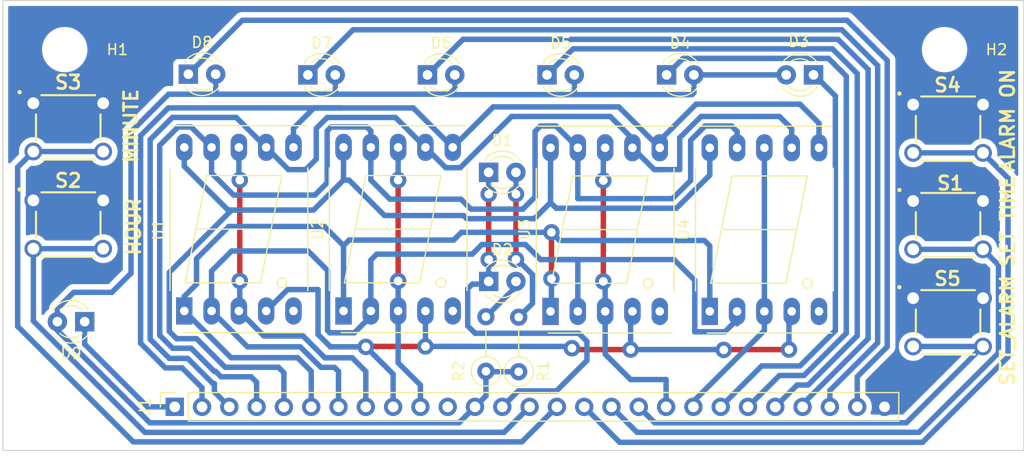
<source format=kicad_pcb>
(kicad_pcb (version 20211014) (generator pcbnew)
  (layers (0 "F.Cu" signal) (31 "B.Cu" signal) (34 "B.Paste" user) (35 "F.Paste" user) (36 "B.SilkS" user "B.Silkscreen") (37 "F.SilkS" user "F.Silkscreen") (38 "B.Mask" user) (39 "F.Mask" user) (44 "Edge.Cuts" user))
  (net 0 "")
  (net 1 "GND")
  (net 2 "/LED_DISPLAY_BOARD/AL")
  (net 3 "/LED_DISPLAY_BOARD/AS")
  (net 4 "VCC")
  (net 5 "/LED_DISPLAY_BOARD/TS")
  (net 6 "/LED_DISPLAY_BOARD/HS")
  (net 7 "/LED_DISPLAY_BOARD/SAS")
  (net 8 "/LED_DISPLAY_BOARD/MS")
  (net 9 "Net-(D1-Pad2)")
  (net 10 "Net-(D2-Pad2)")
  (net 11 "/LED_DISPLAY_BOARD/L4")
  (net 12 "/LED_DISPLAY_BOARD/L0")
  (net 13 "/LED_DISPLAY_BOARD/L1")
  (net 14 "/LED_DISPLAY_BOARD/L2")
  (net 15 "/LED_DISPLAY_BOARD/L3")
  (net 16 "/LED_DISPLAY_BOARD/L5")
  (net 17 "/LED_DISPLAY_BOARD/TEN_H")
  (net 18 "/LED_DISPLAY_BOARD/ONE_M")
  (net 19 "/LED_DISPLAY_BOARD/ONE_H")
  (net 20 "/LED_DISPLAY_BOARD/TEN_M")
  (net 21 "/LED_DISPLAY_BOARD/DL")
  (net 22 "/LED_DISPLAY_BOARD/E")
  (net 23 "/LED_DISPLAY_BOARD/D")
  (net 24 "/LED_DISPLAY_BOARD/C")
  (net 26 "/LED_DISPLAY_BOARD/B")
  (net 27 "/LED_DISPLAY_BOARD/A")
  (net 28 "/LED_DISPLAY_BOARD/F")
  (net 29 "/LED_DISPLAY_BOARD/G")
  (footprint "B3F-1020:B3F1000" (layer "F.Cu") (at 114.841299 85.274678 180)
    (fp_text reference "S3")
    (fp_text value "MINUTE")
  )
  (footprint "Resistor_THT:R_Axial_DIN0207_L6.3mm_D2.5mm_P5.08mm_Vertical" (layer "F.Cu") (at 156.751299 108.033708 90)
    (fp_text reference "R1")
    (fp_text value "220R")
  )
  (footprint "MountingHole:MountingHole_3.2mm_M3" (layer "F.Cu") (at 196.375299 78.032708)
    (fp_text reference "H2")
    (fp_text value "MountingHole")
  )
  (footprint "Display_7Segment:7SegmentLED_LTS6760_LTS6780" (layer "F.Cu") (at 125.637739 102.375814 90)
    (fp_text reference "U1")
    (fp_text value "SM420561N")
  )
  (footprint "LED_THT:LED_D3.0mm" (layer "F.Cu") (at 137.140499 80.384768)
    (fp_text reference "D7")
    (fp_text value "LED")
  )
  (footprint "LED_THT:LED_D3.0mm" (layer "F.Cu") (at 148.263699 80.384768)
    (fp_text reference "D6")
    (fp_text value "LED")
  )
  (footprint "LED_THT:LED_D3.0mm" (layer "F.Cu") (at 126.017299 80.318708)
    (fp_text reference "D8")
    (fp_text value "LED")
  )
  (footprint "LED_THT:LED_D3.0mm" (layer "F.Cu") (at 184.183299 80.384768 180)
    (fp_text reference "D3")
    (fp_text value "LED")
  )
  (footprint "LED_THT:LED_D3.0mm" (layer "F.Cu") (at 153.957299 99.622708)
    (fp_text reference "D2")
    (fp_text value "LED")
  )
  (footprint "B3F-1020:B3F1000" (layer "F.Cu") (at 196.702739 103.432708 180)
    (fp_text reference "S5")
    (fp_text value "SET_ALARM")
  )
  (footprint "Resistor_THT:R_Axial_DIN0207_L6.3mm_D2.5mm_P5.08mm_Vertical" (layer "F.Cu") (at 153.703299 107.992814 90)
    (fp_text reference "R2")
    (fp_text value "220R")
  )
  (footprint "B3F-1020:B3F1000" (layer "F.Cu") (at 196.702739 85.398708 180)
    (fp_text reference "S4")
    (fp_text value "ALARM ON")
  )
  (footprint "LED_THT:LED_D3.0mm" (layer "F.Cu") (at 153.952299 89.462708)
    (fp_text reference "D1")
    (fp_text value "LED")
  )
  (footprint "LED_THT:LED_D3.0mm" (layer "F.Cu") (at 116.370299 103.374738 180)
    (fp_text reference "D9")
    (fp_text value "LED")
  )
  (footprint "Display_7Segment:7SegmentLED_LTS6760_LTS6780" (layer "F.Cu") (at 159.714631 102.416708 90)
    (fp_text reference "U3")
    (fp_text value "SM420561N")
  )
  (footprint "LED_THT:LED_D3.0mm" (layer "F.Cu") (at 159.386899 80.384768)
    (fp_text reference "D5")
    (fp_text value "LED")
  )
  (footprint "MountingHole:MountingHole_3.2mm_M3" (layer "F.Cu") (at 114.513859 78.032708)
    (fp_text reference "H1")
    (fp_text value "MountingHole")
  )
  (footprint "LED_THT:LED_D3.0mm" (layer "F.Cu") (at 170.510099 80.384768)
    (fp_text reference "D4")
    (fp_text value "LED")
  )
  (footprint "Connector_PinSocket_2.54mm:PinSocket_1x27_P2.54mm_Vertical" (layer "F.Cu") (at 124.747299 111.306708 90)
    (fp_text reference "J1")
    (fp_text value "Conn_01x27")
  )
  (footprint "B3F-1020:B3F1000" (layer "F.Cu") (at 114.841299 94.324708 180)
    (fp_text reference "S2")
    (fp_text value "HOUR")
  )
  (footprint "B3F-1020:B3F1000" (layer "F.Cu") (at 196.702739 94.382678 180)
    (fp_text reference "S1")
    (fp_text value "SET TIME")
  )
  (footprint "Display_7Segment:7SegmentLED_LTS6760_LTS6780" (layer "F.Cu") (at 140.454405 102.375814 90)
    (fp_text reference "U2")
    (fp_text value "SM420561N")
  )
  (footprint "Display_7Segment:7SegmentLED_LTS6760_LTS6780" (layer "F.Cu") (at 174.531299 102.416708 90)
    (fp_text reference "U4")
    (fp_text value "SM420561N")
  )
  (gr_rect (start 108.745299 73.460708) (end 203.741299 115.370708) (layer "Edge.Cuts") (width 0.1) (fill none))
  (segment (start 116.370299 105.469708) (end 117.508299 106.607708) (width 0.508) (layer "B.Cu") (net 2))
  (segment (start 122.207299 111.306708) (end 117.508299 106.607708) (width 0.508) (layer "B.Cu") (net 2))
  (segment (start 124.747299 111.306708) (end 122.207299 111.306708) (width 0.508) (layer "B.Cu") (net 2))
  (segment (start 116.370299 103.374738) (end 116.370299 105.469708) (width 0.508) (layer "B.Cu") (net 2))
  (segment (start 166.149299 114.608708) (end 194.326581 114.608708) (width 0.508) (layer "B.Cu") (net 3))
  (segment (start 194.326581 114.608708) (end 202.2798 106.655489) (width 0.508) (layer "B.Cu") (net 3))
  (segment (start 202.2798 106.655489) (end 202.2798 89.997209) (width 0.508) (layer "B.Cu") (net 3))
  (segment (start 202.2798 89.997209) (end 199.931299 87.648708) (width 0.508) (layer "B.Cu") (net 3))
  (segment (start 162.847299 111.306708) (end 166.149299 114.608708) (width 0.508) (layer "B.Cu") (net 3))
  (segment (start 199.931299 87.648708) (end 193.431299 87.648708) (width 0.508) (layer "B.Cu") (net 3))
  (segment (start 113.830299 104.186944) (end 122.435063 112.791708) (width 0.508) (layer "B.Cu") (net 4))
  (segment (start 173.050099 80.384768) (end 181.643299 80.384768) (width 0.508) (layer "B.Cu") (net 4))
  (segment (start 113.830299 103.374738) (end 113.830299 104.186944) (width 0.508) (layer "B.Cu") (net 4))
  (segment (start 161.196779 82.224188) (end 161.703819 82.224188) (width 0.508) (layer "B.Cu") (net 4))
  (segment (start 122.435063 112.791708) (end 151.202299 112.791708) (width 0.508) (layer "B.Cu") (net 4))
  (segment (start 156.751299 108.033708) (end 153.744193 108.033708) (width 0.508) (layer "B.Cu") (net 4))
  (segment (start 151.202299 112.791708) (end 152.687299 111.306708) (width 0.508) (layer "B.Cu") (net 4))
  (segment (start 153.744193 108.033708) (end 153.703299 107.992814) (width 0.508) (layer "B.Cu") (net 4))
  (segment (start 115.349299 100.638708) (end 118.905299 100.638708) (width 0.508) (layer "B.Cu") (net 4))
  (segment (start 161.926899 80.384768) (end 161.926899 82.001108) (width 0.508) (layer "B.Cu") (net 4))
  (segment (start 120.683299 98.860708) (end 120.683299 85.678236) (width 0.508) (layer "B.Cu") (net 4))
  (segment (start 150.274299 82.223708) (end 161.196299 82.223708) (width 0.508) (layer "B.Cu") (net 4))
  (segment (start 153.703299 107.992814) (end 153.703299 110.290708) (width 0.508) (layer "B.Cu") (net 4))
  (segment (start 150.803699 80.384768) (end 150.803699 81.694308) (width 0.508) (layer "B.Cu") (net 4))
  (segment (start 139.819405 82.182814) (end 150.233405 82.182814) (width 0.508) (layer "B.Cu") (net 4))
  (segment (start 150.233405 82.182814) (end 150.274299 82.223708) (width 0.508) (layer "B.Cu") (net 4))
  (segment (start 172.879819 82.224188) (end 173.050099 82.053908) (width 0.508) (layer "B.Cu") (net 4))
  (segment (start 124.178721 82.182814) (end 139.819405 82.182814) (width 0.508) (layer "B.Cu") (net 4))
  (segment (start 139.680499 82.043908) (end 139.819405 82.182814) (width 0.508) (layer "B.Cu") (net 4))
  (segment (start 161.926899 82.001108) (end 161.703819 82.224188) (width 0.508) (layer "B.Cu") (net 4))
  (segment (start 150.803699 81.694308) (end 150.274299 82.223708) (width 0.508) (layer "B.Cu") (net 4))
  (segment (start 161.703819 82.224188) (end 172.879819 82.224188) (width 0.508) (layer "B.Cu") (net 4))
  (segment (start 118.905299 100.638708) (end 120.683299 98.860708) (width 0.508) (layer "B.Cu") (net 4))
  (segment (start 128.557299 82.096708) (end 128.557299 80.318708) (width 0.508) (layer "B.Cu") (net 4))
  (segment (start 120.683299 85.678236) (end 124.178721 82.182814) (width 0.508) (layer "B.Cu") (net 4))
  (segment (start 139.680499 80.384768) (end 139.680499 82.043908) (width 0.508) (layer "B.Cu") (net 4))
  (segment (start 113.830299 102.157708) (end 115.349299 100.638708) (width 0.508) (layer "B.Cu") (net 4))
  (segment (start 113.830299 103.374738) (end 113.830299 102.157708) (width 0.508) (layer "B.Cu") (net 4))
  (segment (start 153.703299 110.290708) (end 152.687299 111.306708) (width 0.508) (layer "B.Cu") (net 4))
  (segment (start 173.050099 82.053908) (end 173.050099 80.384768) (width 0.508) (layer "B.Cu") (net 4))
  (segment (start 161.196299 82.223708) (end 161.196779 82.224188) (width 0.508) (layer "B.Cu") (net 4))
  (segment (start 201.391299 98.092678) (end 199.931299 96.632678) (width 0.508) (layer "B.Cu") (net 5))
  (segment (start 165.387299 111.306708) (end 167.7608 113.680209) (width 0.508) (layer "B.Cu") (net 5))
  (segment (start 201.391299 106.28746) (end 201.391299 98.092678) (width 0.508) (layer "B.Cu") (net 5))
  (segment (start 167.7608 113.680209) (end 193.99855 113.680209) (width 0.508) (layer "B.Cu") (net 5))
  (segment (start 193.99855 113.680209) (end 201.391299 106.28746) (width 0.508) (layer "B.Cu") (net 5))
  (segment (start 199.931299 96.632678) (end 193.431299 96.632678) (width 0.508) (layer "B.Cu") (net 5))
  (segment (start 111.596299 103.311556) (end 111.596299 96.574708) (width 0.508) (layer "B.Cu") (net 6))
  (segment (start 118.096299 96.574708) (end 111.596299 96.574708) (width 0.508) (layer "B.Cu") (net 6))
  (segment (start 157.767299 111.306708) (end 155.393299 113.680708) (width 0.508) (layer "B.Cu") (net 6))
  (segment (start 121.965451 113.680708) (end 111.596299 103.311556) (width 0.508) (layer "B.Cu") (net 6))
  (segment (start 155.393299 113.680708) (end 121.965451 113.680708) (width 0.508) (layer "B.Cu") (net 6))
  (segment (start 199.931299 105.682708) (end 192.822299 112.791708) (width 0.508) (layer "B.Cu") (net 7))
  (segment (start 193.431299 105.682708) (end 199.931299 105.682708) (width 0.508) (layer "B.Cu") (net 7))
  (segment (start 192.822299 112.791708) (end 169.412299 112.791708) (width 0.508) (layer "B.Cu") (net 7))
  (segment (start 169.412299 112.791708) (end 167.927299 111.306708) (width 0.508) (layer "B.Cu") (net 7))
  (segment (start 110.136299 88.984678) (end 111.596299 87.524678) (width 0.508) (layer "B.Cu") (net 8))
  (segment (start 157.044798 114.569209) (end 120.8978 114.569209) (width 0.508) (layer "B.Cu") (net 8))
  (segment (start 160.307299 111.306708) (end 157.044798 114.569209) (width 0.508) (layer "B.Cu") (net 8))
  (segment (start 110.136299 103.807708) (end 110.136299 88.984678) (width 0.508) (layer "B.Cu") (net 8))
  (segment (start 118.096299 87.524678) (end 111.596299 87.524678) (width 0.508) (layer "B.Cu") (net 8))
  (segment (start 120.8978 114.569209) (end 110.136299 103.807708) (width 0.508) (layer "B.Cu") (net 8))
  (segment (start 156.497299 91.494708) (end 156.497299 97.580205) (width 0.508) (layer "F.Cu") (net 9))
  (via (at 156.497299 91.494708) (size 1.524) (drill 0.8128) (layers "F.Cu" "B.Cu") (net 9))
  (via (at 156.497299 97.580205) (size 1.524) (drill 0.8128) (layers "F.Cu" "B.Cu") (net 9))
  (segment (start 156.492299 89.462708) (end 156.492299 91.489708) (width 0.508) (layer "B.Cu") (net 9))
  (segment (start 156.492299 91.489708) (end 156.497299 91.494708) (width 0.508) (layer "B.Cu") (net 9))
  (segment (start 156.625614 97.580205) (end 158.032299 98.98689) (width 0.508) (layer "B.Cu") (net 9))
  (segment (start 156.497299 97.580205) (end 156.625614 97.580205) (width 0.508) (layer "B.Cu") (net 9))
  (segment (start 158.032299 101.672708) (end 156.751299 102.953708) (width 0.508) (layer "B.Cu") (net 9))
  (segment (start 158.032299 98.98689) (end 158.032299 101.672708) (width 0.508) (layer "B.Cu") (net 9))
  (segment (start 155.723405 100.892708) (end 155.735299 100.892708) (width 0.508) (layer "B.Cu") (net 10))
  (segment (start 156.497299 100.130708) (end 156.497299 99.622708) (width 0.508) (layer "B.Cu") (net 10))
  (segment (start 155.735299 100.892708) (end 156.497299 100.130708) (width 0.508) (layer "B.Cu") (net 10))
  (segment (start 153.703299 102.912814) (end 155.723405 100.892708) (width 0.508) (layer "B.Cu") (net 10))
  (segment (start 190.151819 79.513698) (end 186.822386 76.184265) (width 0.508) (layer "B.Cu") (net 11))
  (segment (start 185.707299 111.306708) (end 185.707299 109.782708) (width 0.508) (layer "B.Cu") (net 11))
  (segment (start 185.707299 109.782708) (end 190.151819 105.338188) (width 0.508) (layer "B.Cu") (net 11))
  (segment (start 190.151819 105.338188) (end 190.151819 79.513698) (width 0.508) (layer "B.Cu") (net 11))
  (segment (start 141.341002 76.184265) (end 137.140499 80.384768) (width 0.508) (layer "B.Cu") (net 11))
  (segment (start 186.822386 76.184265) (end 141.341002 76.184265) (width 0.508) (layer "B.Cu") (net 11))
  (segment (start 184.249359 80.384768) (end 184.183299 80.384768) (width 0.508) (layer "B.Cu") (net 12))
  (segment (start 186.215299 82.350708) (end 184.249359 80.384768) (width 0.508) (layer "B.Cu") (net 12))
  (segment (start 186.215299 104.194708) (end 186.215299 82.350708) (width 0.508) (layer "B.Cu") (net 12))
  (segment (start 179.357299 107.496708) (end 182.913299 107.496708) (width 0.508) (layer "B.Cu") (net 12))
  (segment (start 182.913299 107.496708) (end 186.215299 104.194708) (width 0.508) (layer "B.Cu") (net 12))
  (segment (start 175.547299 111.306708) (end 179.357299 107.496708) (width 0.508) (layer "B.Cu") (net 12))
  (segment (start 187.231299 80.505641) (end 185.575426 78.849768) (width 0.508) (layer "B.Cu") (net 13))
  (segment (start 172.045099 78.849768) (end 170.510099 80.384768) (width 0.508) (layer "B.Cu") (net 13))
  (segment (start 181.007819 108.386188) (end 183.293819 108.386188) (width 0.508) (layer "B.Cu") (net 13))
  (segment (start 185.575426 78.849768) (end 172.045099 78.849768) (width 0.508) (layer "B.Cu") (net 13))
  (segment (start 178.087299 111.306708) (end 181.007819 108.386188) (width 0.508) (layer "B.Cu") (net 13))
  (segment (start 183.293819 108.386188) (end 187.231299 104.448708) (width 0.508) (layer "B.Cu") (net 13))
  (segment (start 187.231299 104.448708) (end 187.231299 80.505641) (width 0.508) (layer "B.Cu") (net 13))
  (segment (start 186.455856 106.480708) (end 188.247299 104.689265) (width 0.508) (layer "B.Cu") (net 14))
  (segment (start 183.675299 109.274708) (end 186.455856 106.494151) (width 0.508) (layer "B.Cu") (net 14))
  (segment (start 180.627299 111.306708) (end 182.659299 109.274708) (width 0.508) (layer "B.Cu") (net 14))
  (segment (start 188.247299 104.689265) (end 188.247299 80.265083) (width 0.508) (layer "B.Cu") (net 14))
  (segment (start 188.247299 80.265083) (end 185.943483 77.961267) (width 0.508) (layer "B.Cu") (net 14))
  (segment (start 186.455856 106.494151) (end 186.455856 106.480708) (width 0.508) (layer "B.Cu") (net 14))
  (segment (start 182.659299 109.274708) (end 183.675299 109.274708) (width 0.508) (layer "B.Cu") (net 14))
  (segment (start 161.8104 77.961267) (end 159.386899 80.384768) (width 0.508) (layer "B.Cu") (net 14))
  (segment (start 185.943483 77.961267) (end 161.8104 77.961267) (width 0.508) (layer "B.Cu") (net 14))
  (segment (start 183.167299 111.052708) (end 189.263299 104.956708) (width 0.508) (layer "B.Cu") (net 15))
  (segment (start 189.263299 79.881708) (end 186.454357 77.072766) (width 0.508) (layer "B.Cu") (net 15))
  (segment (start 183.167299 111.306708) (end 183.167299 111.052708) (width 0.508) (layer "B.Cu") (net 15))
  (segment (start 189.263299 104.956708) (end 189.263299 79.881708) (width 0.508) (layer "B.Cu") (net 15))
  (segment (start 151.575701 77.072766) (end 148.263699 80.384768) (width 0.508) (layer "B.Cu") (net 15))
  (segment (start 186.454357 77.072766) (end 151.575701 77.072766) (width 0.508) (layer "B.Cu") (net 15))
  (segment (start 187.288355 75.295764) (end 131.040243 75.295764) (width 0.508) (layer "B.Cu") (net 16))
  (segment (start 188.247299 111.306708) (end 188.247299 108.499266) (width 0.508) (layer "B.Cu") (net 16))
  (segment (start 191.040339 79.303668) (end 191.041299 79.302708) (width 0.508) (layer "B.Cu") (net 16))
  (segment (start 131.040243 75.295764) (end 126.017299 80.318708) (width 0.508) (layer "B.Cu") (net 16))
  (segment (start 188.247299 108.499266) (end 191.040339 105.706225) (width 0.508) (layer "B.Cu") (net 16))
  (segment (start 191.040339 105.706225) (end 191.040339 79.303668) (width 0.508) (layer "B.Cu") (net 16))
  (segment (start 191.041299 79.302708) (end 191.041299 79.048708) (width 0.508) (layer "B.Cu") (net 16))
  (segment (start 191.041299 79.048708) (end 187.288355 75.295764) (width 0.508) (layer "B.Cu") (net 16))
  (segment (start 130.802405 90.183814) (end 130.802405 99.581814) (width 0.508) (layer "F.Cu") (net 17))
  (via (at 130.802405 90.183814) (size 1.524) (drill 0.8128) (layers "F.Cu" "B.Cu") (net 17))
  (via (at 130.802405 99.581814) (size 1.524) (drill 0.8128) (layers "F.Cu" "B.Cu") (net 17))
  (segment (start 133.044633 104.702708) (end 130.717739 102.375814) (width 0.508) (layer "B.Cu") (net 17))
  (segment (start 141.257299 106.734708) (end 138.717299 106.734708) (width 0.508) (layer "B.Cu") (net 17))
  (segment (start 130.802405 102.291148) (end 130.717739 102.375814) (width 0.508) (layer "B.Cu") (net 17))
  (segment (start 142.527299 111.306708) (end 142.527299 108.004708) (width 0.508) (layer "B.Cu") (net 17))
  (segment (start 130.717739 87.135814) (end 130.717739 90.099148) (width 0.508) (layer "B.Cu") (net 17))
  (segment (start 130.802405 99.581814) (end 130.802405 102.291148) (width 0.508) (layer "B.Cu") (net 17))
  (segment (start 142.527299 108.004708) (end 141.257299 106.734708) (width 0.508) (layer "B.Cu") (net 17))
  (segment (start 136.685299 104.702708) (end 133.044633 104.702708) (width 0.508) (layer "B.Cu") (net 17))
  (segment (start 130.717739 90.099148) (end 130.802405 90.183814) (width 0.508) (layer "B.Cu") (net 17))
  (segment (start 138.717299 106.734708) (end 136.685299 104.702708) (width 0.508) (layer "B.Cu") (net 17))
  (segment (start 179.611299 87.176708) (end 179.611299 102.416708) (width 0.508) (layer "B.Cu") (net 18))
  (segment (start 179.611299 104.194708) (end 173.261299 110.544708) (width 0.508) (layer "B.Cu") (net 18))
  (segment (start 173.261299 111.052708) (end 173.007299 111.306708) (width 0.508) (layer "B.Cu") (net 18))
  (segment (start 173.261299 110.544708) (end 173.261299 111.052708) (width 0.508) (layer "B.Cu") (net 18))
  (segment (start 179.611299 102.416708) (end 179.611299 104.194708) (width 0.508) (layer "B.Cu") (net 18))
  (segment (start 145.534405 99.581814) (end 145.534405 90.183814) (width 0.508) (layer "F.Cu") (net 19))
  (via (at 145.534405 90.183814) (size 1.524) (drill 0.8128) (layers "F.Cu" "B.Cu") (net 19))
  (via (at 145.534405 99.581814) (size 1.524) (drill 0.8128) (layers "F.Cu" "B.Cu") (net 19))
  (segment (start 147.607299 111.306708) (end 147.607299 109.274708) (width 0.508) (layer "B.Cu") (net 19))
  (segment (start 145.534405 90.183814) (end 145.534405 87.135814) (width 0.508) (layer "B.Cu") (net 19))
  (segment (start 147.607299 109.274708) (end 145.534405 107.201814) (width 0.508) (layer "B.Cu") (net 19))
  (segment (start 145.534405 107.201814) (end 145.534405 102.375814) (width 0.508) (layer "B.Cu") (net 19))
  (segment (start 145.534405 102.375814) (end 145.534405 99.581814) (width 0.508) (layer "B.Cu") (net 19))
  (segment (start 164.625299 99.622708) (end 164.625299 90.224708) (width 0.508) (layer "F.Cu") (net 20))
  (via (at 164.625299 99.622708) (size 1.524) (drill 0.8128) (layers "F.Cu" "B.Cu") (net 20))
  (via (at 164.625299 90.224708) (size 1.524) (drill 0.8128) (layers "F.Cu" "B.Cu") (net 20))
  (segment (start 164.794631 102.416708) (end 164.794631 99.79204) (width 0.508) (layer "B.Cu") (net 20))
  (segment (start 164.625299 90.224708) (end 164.625299 87.34604) (width 0.508) (layer "B.Cu") (net 20))
  (segment (start 164.794631 99.79204) (end 164.625299 99.622708) (width 0.508) (layer "B.Cu") (net 20))
  (segment (start 167.165299 108.766708) (end 164.794631 106.39604) (width 0.508) (layer "B.Cu") (net 20))
  (segment (start 164.625299 87.34604) (end 164.794631 87.176708) (width 0.508) (layer "B.Cu") (net 20))
  (segment (start 164.794631 106.39604) (end 164.794631 102.416708) (width 0.508) (layer "B.Cu") (net 20))
  (segment (start 170.467299 108.766708) (end 167.165299 108.766708) (width 0.508) (layer "B.Cu") (net 20))
  (segment (start 170.467299 111.306708) (end 170.467299 108.766708) (width 0.508) (layer "B.Cu") (net 20))
  (segment (start 153.957299 97.590708) (end 153.957299 91.494708) (width 0.508) (layer "F.Cu") (net 21))
  (via (at 153.957299 97.590708) (size 1.524) (drill 0.8128) (layers "F.Cu" "B.Cu") (net 21))
  (via (at 153.957299 91.494708) (size 1.524) (drill 0.8128) (layers "F.Cu" "B.Cu") (net 21))
  (segment (start 163.101299 106.988708) (end 160.268299 109.821708) (width 0.508) (layer "B.Cu") (net 21))
  (segment (start 152.010925 103.772334) (end 152.687299 104.448708) (width 0.508) (layer "B.Cu") (net 21))
  (segment (start 162.339299 104.448708) (end 163.101299 105.210708) (width 0.508) (layer "B.Cu") (net 21))
  (segment (start 156.712299 109.821708) (end 155.227299 111.306708) (width 0.508) (layer "B.Cu") (net 21))
  (segment (start 153.957299 89.467708) (end 153.952299 89.462708) (width 0.508) (layer "B.Cu") (net 21))
  (segment (start 152.010925 100.299082) (end 152.010925 103.772334) (width 0.508) (layer "B.Cu") (net 21))
  (segment (start 153.957299 99.622708) (end 153.703299 99.876708) (width 0.508) (layer "B.Cu") (net 21))
  (segment (start 153.957299 91.494708) (end 153.957299 89.467708) (width 0.508) (layer "B.Cu") (net 21))
  (segment (start 160.268299 109.821708) (end 156.712299 109.821708) (width 0.508) (layer "B.Cu") (net 21))
  (segment (start 153.957299 99.622708) (end 153.957299 97.590708) (width 0.508) (layer "B.Cu") (net 21))
  (segment (start 152.687299 104.448708) (end 162.339299 104.448708) (width 0.508) (layer "B.Cu") (net 21))
  (segment (start 163.101299 105.210708) (end 163.101299 106.988708) (width 0.508) (layer "B.Cu") (net 21))
  (segment (start 153.703299 99.876708) (end 152.433299 99.876708) (width 0.508) (layer "B.Cu") (net 21))
  (segment (start 152.433299 99.876708) (end 152.010925 100.299082) (width 0.508) (layer "B.Cu") (net 21))
  (segment (start 159.799299 95.050708) (end 159.799299 99.368708) (width 0.508) (layer "F.Cu") (net 22))
  (via (at 159.799299 99.368708) (size 1.524) (drill 0.8128) (layers "F.Cu" "B.Cu") (net 22))
  (via (at 159.799299 95.050708) (size 1.524) (drill 0.8128) (layers "F.Cu" "B.Cu") (net 22))
  (segment (start 160.561299 95.812708) (end 159.799299 95.050708) (width 0.508) (layer "B.Cu") (net 22))
  (segment (start 174.023299 95.812708) (end 160.561299 95.812708) (width 0.508) (layer "B.Cu") (net 22))
  (segment (start 159.799299 99.368708) (end 159.799299 102.33204) (width 0.508) (layer "B.Cu") (net 22))
  (segment (start 137.447299 111.306708) (end 137.447299 107.991944) (width 0.508) (layer "B.Cu") (net 22))
  (segment (start 140.974887 95.771814) (end 140.454405 96.292296) (width 0.508) (layer "B.Cu") (net 22))
  (segment (start 140.974887 95.771814) (end 150.696193 95.771814) (width 0.508) (layer "B.Cu") (net 22))
  (segment (start 136.183681 106.728326) (end 129.990251 106.728326) (width 0.508) (layer "B.Cu") (net 22))
  (segment (start 140.454405 102.375814) (end 140.454405 96.292296) (width 0.508) (layer "B.Cu") (net 22))
  (segment (start 151.417299 95.050708) (end 159.799299 95.050708) (width 0.508) (layer "B.Cu") (net 22))
  (segment (start 125.637739 101.018268) (end 126.779299 99.876708) (width 0.508) (layer "B.Cu") (net 22))
  (segment (start 129.990251 106.728326) (end 125.637739 102.375814) (width 0.508) (layer "B.Cu") (net 22))
  (segment (start 125.637739 102.375814) (end 125.637739 101.018268) (width 0.508) (layer "B.Cu") (net 22))
  (segment (start 126.779299 99.876708) (end 126.779299 97.50892) (width 0.508) (layer "B.Cu") (net 22))
  (segment (start 150.696193 95.771814) (end 151.417299 95.050708) (width 0.508) (layer "B.Cu") (net 22))
  (segment (start 174.023299 95.812708) (end 174.531299 96.320708) (width 0.508) (layer "B.Cu") (net 22))
  (segment (start 159.799299 102.33204) (end 159.714631 102.416708) (width 0.508) (layer "B.Cu") (net 22))
  (segment (start 126.779299 97.50892) (end 129.786405 94.501814) (width 0.508) (layer "B.Cu") (net 22))
  (segment (start 138.663923 94.501814) (end 129.786405 94.501814) (width 0.508) (layer "B.Cu") (net 22))
  (segment (start 174.531299 96.320708) (end 174.531299 102.416708) (width 0.508) (layer "B.Cu") (net 22))
  (segment (start 137.447299 107.991944) (end 136.183681 106.728326) (width 0.508) (layer "B.Cu") (net 22))
  (segment (start 140.454405 96.292296) (end 138.663923 94.501814) (width 0.508) (layer "B.Cu") (net 22))
  (segment (start 136.431299 105.718708) (end 131.520633 105.718708) (width 0.508) (layer "B.Cu") (net 23))
  (segment (start 138.971299 104.194708) (end 138.971299 98.606708) (width 0.508) (layer "B.Cu") (net 23))
  (segment (start 171.203771 97.590708) (end 173.134299 99.521236) (width 0.508) (layer "B.Cu") (net 23))
  (segment (start 160.561299 97.590708) (end 162.085299 97.590708) (width 0.508) (layer "B.Cu") (net 23))
  (segment (start 142.994405 97.631602) (end 143.543299 97.082708) (width 0.508) (layer "B.Cu") (net 23))
  (segment (start 177.071299 102.416708) (end 177.071299 103.559708) (width 0.508) (layer "B.Cu") (net 23))
  (segment (start 173.134299 99.521236) (end 173.134299 104.313708) (width 0.508) (layer "B.Cu") (net 23))
  (segment (start 162.085299 97.590708) (end 162.254631 97.76004) (width 0.508) (layer "B.Cu") (net 23))
  (segment (start 142.994405 102.875814) (end 141.462405 104.407814) (width 0.508) (layer "B.Cu") (net 23))
  (segment (start 139.987299 108.004708) (end 139.606299 107.623708) (width 0.508) (layer "B.Cu") (net 23))
  (segment (start 131.520633 105.718708) (end 128.177739 102.375814) (width 0.508) (layer "B.Cu") (net 23))
  (segment (start 142.994405 102.375814) (end 142.994405 97.631602) (width 0.508) (layer "B.Cu") (net 23))
  (segment (start 138.349063 107.623708) (end 137.961681 107.236326) (width 0.508) (layer "B.Cu") (net 23))
  (segment (start 128.177739 98.65048) (end 128.177739 102.375814) (width 0.508) (layer "B.Cu") (net 23))
  (segment (start 153.332802 96.183205) (end 157.375796 96.183205) (width 0.508) (layer "B.Cu") (net 23))
  (segment (start 137.961681 107.236326) (end 137.948917 107.236326) (width 0.508) (layer "B.Cu") (net 23))
  (segment (start 139.606299 107.623708) (end 138.349063 107.623708) (width 0.508) (layer "B.Cu") (net 23))
  (segment (start 177.071299 103.178708) (end 177.071299 102.416708) (width 0.508) (layer "B.Cu") (net 23))
  (segment (start 137.152405 96.787814) (end 130.040405 96.787814) (width 0.508) (layer "B.Cu") (net 23))
  (segment (start 175.936299 104.313708) (end 177.071299 103.178708) (width 0.508) (layer "B.Cu") (net 23))
  (segment (start 141.462405 104.407814) (end 139.184405 104.407814) (width 0.508) (layer "B.Cu") (net 23))
  (segment (start 142.994405 102.375814) (end 142.994405 102.875814) (width 0.508) (layer "B.Cu") (net 23))
  (segment (start 143.543299 97.082708) (end 152.433299 97.082708) (width 0.508) (layer "B.Cu") (net 23))
  (segment (start 139.987299 111.306708) (end 139.987299 108.004708) (width 0.508) (layer "B.Cu") (net 23))
  (segment (start 173.134299 104.313708) (end 175.936299 104.313708) (width 0.508) (layer "B.Cu") (net 23))
  (segment (start 171.203771 97.590708) (end 160.561299 97.590708) (width 0.508) (layer "B.Cu") (net 23))
  (segment (start 157.375796 96.183205) (end 158.783299 97.590708) (width 0.508) (layer "B.Cu") (net 23))
  (segment (start 152.433299 97.082708) (end 153.332802 96.183205) (width 0.508) (layer "B.Cu") (net 23))
  (segment (start 138.971299 98.606708) (end 137.152405 96.787814) (width 0.508) (layer "B.Cu") (net 23))
  (segment (start 130.040405 96.787814) (end 128.177739 98.65048) (width 0.508) (layer "B.Cu") (net 23))
  (segment (start 162.254631 97.76004) (end 162.254631 102.416708) (width 0.508) (layer "B.Cu") (net 23))
  (segment (start 158.783299 97.590708) (end 160.561299 97.590708) (width 0.508) (layer "B.Cu") (net 23))
  (segment (start 137.948917 107.236326) (end 136.431299 105.718708) (width 0.508) (layer "B.Cu") (net 23))
  (segment (start 139.184405 104.407814) (end 138.971299 104.194708) (width 0.508) (layer "B.Cu") (net 23))
  (segment (start 161.832299 105.972708) (end 167.165299 105.972708) (width 0.508) (layer "F.Cu") (net 24))
  (segment (start 175.858349 105.972708) (end 181.897299 105.972708) (width 0.508) (layer "F.Cu") (net 24))
  (segment (start 161.704799 105.845208) (end 161.832299 105.972708) (width 0.508) (layer "F.Cu") (net 24))
  (segment (start 142.568193 105.677814) (end 148.074405 105.677814) (width 0.508) (layer "F.Cu") (net 24))
  (segment (start 142.527299 105.718708) (end 142.568193 105.677814) (width 0.508) (layer "F.Cu") (net 24))
  (segment (start 175.829824 106.001233) (end 175.858349 105.972708) (width 0.508) (layer "F.Cu") (net 24))
  (via (at 142.527299 105.718708) (size 1.524) (drill 0.8128) (layers "F.Cu" "B.Cu") (net 24))
  (via (at 175.829824 106.001233) (size 1.524) (drill 0.8128) (layers "F.Cu" "B.Cu") (net 24))
  (via (at 148.074405 105.677814) (size 1.524) (drill 0.8128) (layers "F.Cu" "B.Cu") (net 24))
  (via (at 181.897299 105.972708) (size 1.524) (drill 0.8128) (layers "F.Cu" "B.Cu") (net 24))
  (via (at 161.704799 105.845208) (size 1.524) (drill 0.8128) (layers "F.Cu" "B.Cu") (net 24))
  (via (at 167.165299 105.972708) (size 1.524) (drill 0.8128) (layers "F.Cu" "B.Cu") (net 24))
  (segment (start 145.067299 111.306708) (end 145.067299 108.258708) (width 0.508) (layer "B.Cu") (net 24))
  (segment (start 148.074405 105.677814) (end 161.537405 105.677814) (width 0.508) (layer "B.Cu") (net 24))
  (segment (start 148.074405 102.375814) (end 148.074405 105.677814) (width 0.508) (layer "B.Cu") (net 24))
  (segment (start 181.897299 102.670708) (end 182.151299 102.416708) (width 0.508) (layer "B.Cu") (net 24))
  (segment (start 135.248845 100.384708) (end 133.257739 102.375814) (width 0.508) (layer "B.Cu") (net 24))
  (segment (start 145.067299 108.258708) (end 142.527299 105.718708) (width 0.508) (layer "B.Cu") (net 24))
  (segment (start 142.527299 105.718708) (end 139.238063 105.718708) (width 0.508) (layer "B.Cu") (net 24))
  (segment (start 138.082299 104.562944) (end 138.082299 100.384708) (width 0.508) (layer "B.Cu") (net 24))
  (segment (start 138.082299 100.384708) (end 135.248845 100.384708) (width 0.508) (layer "B.Cu") (net 24))
  (segment (start 161.537405 105.677814) (end 161.704799 105.845208) (width 0.508) (layer "B.Cu") (net 24))
  (segment (start 175.801299 105.972708) (end 175.829824 106.001233) (width 0.508) (layer "B.Cu") (net 24))
  (segment (start 167.165299 105.972708) (end 175.547299 105.972708) (width 0.508) (layer "B.Cu") (net 24))
  (segment (start 139.238063 105.718708) (end 138.082299 104.562944) (width 0.508) (layer "B.Cu") (net 24))
  (segment (start 181.897299 105.972708) (end 181.897299 102.670708) (width 0.508) (layer "B.Cu") (net 24))
  (segment (start 167.165299 105.972708) (end 167.165299 102.58604) (width 0.508) (layer "B.Cu") (net 24))
  (segment (start 167.165299 102.58604) (end 167.334631 102.416708) (width 0.508) (layer "B.Cu") (net 24))
  (segment (start 175.547299 105.972708) (end 175.801299 105.972708) (width 0.508) (layer "B.Cu") (net 24))
  (segment (start 184.691299 84.890708) (end 184.691299 87.176708) (width 0.508) (layer "B.Cu") (net 26))
  (segment (start 169.874631 87.176708) (end 169.874631 86.499376) (width 0.508) (layer "B.Cu") (net 26))
  (segment (start 124.157957 83.460814) (end 140.240339 83.460814) (width 0.508) (layer "B.Cu") (net 26))
  (segment (start 146.940845 83.462254) (end 150.614405 87.135814) (width 0.508) (layer "B.Cu") (net 26))
  (segment (start 154.383511 83.366708) (end 153.662405 84.087814) (width 0.508) (layer "B.Cu") (net 26))
  (segment (start 127.287299 109.528708) (end 125.439417 107.680826) (width 0.508) (layer "B.Cu") (net 26))
  (segment (start 121.572299 105.376082) (end 121.572299 86.046472) (width 0.508) (layer "B.Cu") (net 26))
  (segment (start 173.261299 83.112708) (end 182.913299 83.112708) (width 0.508) (layer "B.Cu") (net 26))
  (segment (start 123.877043 107.680826) (end 121.572299 105.376082) (width 0.508) (layer "B.Cu") (net 26))
  (segment (start 137.701299 83.462254) (end 146.940845 83.462254) (width 0.508) (layer "B.Cu") (net 26))
  (segment (start 169.874631 87.176708) (end 166.064631 83.366708) (width 0.508) (layer "B.Cu") (net 26))
  (segment (start 153.662405 84.087814) (end 154.170405 83.579814) (width 0.508) (layer "B.Cu") (net 26))
  (segment (start 166.064631 83.366708) (end 154.383511 83.366708) (width 0.508) (layer "B.Cu") (net 26))
  (segment (start 135.797739 85.365814) (end 137.701299 83.462254) (width 0.508) (layer "B.Cu") (net 26))
  (segment (start 169.874631 86.499376) (end 173.261299 83.112708) (width 0.508) (layer "B.Cu") (net 26))
  (segment (start 135.797739 87.135814) (end 135.797739 85.365814) (width 0.508) (layer "B.Cu") (net 26))
  (segment (start 127.287299 111.306708) (end 127.287299 109.528708) (width 0.508) (layer "B.Cu") (net 26))
  (segment (start 125.439417 107.680826) (end 123.877043 107.680826) (width 0.508) (layer "B.Cu") (net 26))
  (segment (start 150.614405 87.135814) (end 153.662405 84.087814) (width 0.508) (layer "B.Cu") (net 26))
  (segment (start 182.913299 83.112708) (end 184.691299 84.890708) (width 0.508) (layer "B.Cu") (net 26))
  (segment (start 121.572299 86.046472) (end 124.157957 83.460814) (width 0.508) (layer "B.Cu") (net 26))
  (segment (start 171.737299 86.239173) (end 173.720284 84.256188) (width 0.508) (layer "B.Cu") (net 27))
  (segment (start 138.934888 84.350774) (end 145.289365 84.350774) (width 0.508) (layer "B.Cu") (net 27))
  (segment (start 124.526193 84.349814) (end 130.471739 84.349814) (width 0.508) (layer "B.Cu") (net 27))
  (segment (start 181.008779 84.256188) (end 182.151299 85.398708) (width 0.508) (layer "B.Cu") (net 27))
  (segment (start 122.462739 105.009286) (end 122.462739 91.242148) (width 0.508) (layer "B.Cu") (net 27))
  (segment (start 165.260299 84.255708) (end 156.089299 84.255708) (width 0.508) (layer "B.Cu") (net 27))
  (segment (start 173.720284 84.256188) (end 181.008779 84.256188) (width 0.508) (layer "B.Cu") (net 27))
  (segment (start 167.334631 87.176708) (end 169.366631 89.208708) (width 0.508) (layer "B.Cu") (net 27))
  (segment (start 171.737299 89.208708) (end 171.737299 86.239173) (width 0.508) (layer "B.Cu") (net 27))
  (segment (start 122.461299 91.240708) (end 122.461299 86.414708) (width 0.508) (layer "B.Cu") (net 27))
  (segment (start 137.914405 88.233602) (end 136.939299 89.208708) (width 0.508) (layer "B.Cu") (net 27))
  (segment (start 130.471739 84.349814) (end 133.257739 87.135814) (width 0.508) (layer "B.Cu") (net 27))
  (segment (start 124.245279 106.791826) (end 122.462739 105.009286) (width 0.508) (layer "B.Cu") (net 27))
  (segment (start 182.151299 85.398708) (end 182.151299 87.176708) (width 0.508) (layer "B.Cu") (net 27))
  (segment (start 167.334631 86.33004) (end 165.260299 84.255708) (width 0.508) (layer "B.Cu") (net 27))
  (segment (start 128.436681 109.141326) (end 128.309681 109.141326) (width 0.508) (layer "B.Cu") (net 27))
  (segment (start 125.960181 106.791826) (end 124.245279 106.791826) (width 0.508) (layer "B.Cu") (net 27))
  (segment (start 122.461299 86.414708) (end 124.526193 84.349814) (width 0.508) (layer "B.Cu") (net 27))
  (segment (start 135.330633 89.208708) (end 133.257739 87.135814) (width 0.508) (layer "B.Cu") (net 27))
  (segment (start 129.827299 111.306708) (end 128.436681 109.91609) (width 0.508) (layer "B.Cu") (net 27))
  (segment (start 137.914405 85.371257) (end 137.914405 88.233602) (width 0.508) (layer "B.Cu") (net 27))
  (segment (start 167.334631 87.176708) (end 167.334631 86.33004) (width 0.508) (layer "B.Cu") (net 27))
  (segment (start 145.289365 84.350774) (end 148.074405 87.135814) (width 0.508) (layer "B.Cu") (net 27))
  (segment (start 169.366631 89.208708) (end 171.737299 89.208708) (width 0.508) (layer "B.Cu") (net 27))
  (segment (start 156.089299 84.255708) (end 151.312193 89.032814) (width 0.508) (layer "B.Cu") (net 27))
  (segment (start 151.312193 89.032814) (end 149.971405 89.032814) (width 0.508) (layer "B.Cu") (net 27))
  (segment (start 136.939299 89.208708) (end 135.330633 89.208708) (width 0.508) (layer "B.Cu") (net 27))
  (segment (start 149.971405 89.032814) (end 148.074405 87.135814) (width 0.508) (layer "B.Cu") (net 27))
  (segment (start 137.914405 85.371257) (end 138.934888 84.350774) (width 0.508) (layer "B.Cu") (net 27))
  (segment (start 128.309681 109.141326) (end 125.960181 106.791826) (width 0.508) (layer "B.Cu") (net 27))
  (segment (start 128.436681 109.91609) (end 128.436681 109.141326) (width 0.508) (layer "B.Cu") (net 27))
  (segment (start 122.462739 91.242148) (end 122.461299 91.240708) (width 0.508) (layer "B.Cu") (net 27))
  (segment (start 137.787405 91.580814) (end 130.224439 91.580814) (width 0.508) (layer "B.Cu") (net 28))
  (segment (start 174.088322 85.144708) (end 176.563299 85.144708) (width 0.508) (layer "B.Cu") (net 28))
  (segment (start 123.351739 104.64105) (end 124.556397 105.845708) (width 0.508) (layer "B.Cu") (net 28))
  (segment (start 142.994405 90.183814) (end 144.772405 91.961814) (width 0.508) (layer "B.Cu") (net 28))
  (segment (start 123.351739 86.946158) (end 123.351739 104.64105) (width 0.508) (layer "B.Cu") (net 28))
  (segment (start 139.302925 85.239294) (end 138.930405 85.611814) (width 0.508) (layer "B.Cu") (net 28))
  (segment (start 158.275299 85.652708) (end 158.783299 85.144708) (width 0.508) (layer "B.Cu") (net 28))
  (segment (start 142.994405 85.611814) (end 142.621885 85.239294) (width 0.508) (layer "B.Cu") (net 28))
  (segment (start 172.753299 90.224708) (end 172.753299 86.479731) (width 0.508) (layer "B.Cu") (net 28))
  (segment (start 177.071299 85.652708) (end 177.071299 87.176708) (width 0.508) (layer "B.Cu") (net 28))
  (segment (start 176.563299 85.144708) (end 177.071299 85.652708) (width 0.508) (layer "B.Cu") (net 28))
  (segment (start 128.430299 108.004708) (end 128.557299 108.004708) (width 0.508) (layer "B.Cu") (net 28))
  (segment (start 128.557299 108.004708) (end 129.058917 108.506326) (width 0.508) (layer "B.Cu") (net 28))
  (segment (start 132.367299 109.014326) (end 132.367299 111.306708) (width 0.508) (layer "B.Cu") (net 28))
  (segment (start 142.994405 87.135814) (end 142.994405 90.183814) (width 0.508) (layer "B.Cu") (net 28))
  (segment (start 126.271299 105.845708) (end 128.430299 108.004708) (width 0.508) (layer "B.Cu") (net 28))
  (segment (start 162.254631 91.91804) (end 171.059967 91.91804) (width 0.508) (layer "B.Cu") (net 28))
  (segment (start 131.859299 108.506326) (end 132.367299 109.014326) (width 0.508) (layer "B.Cu") (net 28))
  (segment (start 126.280739 85.238814) (end 125.059083 85.238814) (width 0.508) (layer "B.Cu") (net 28))
  (segment (start 162.254631 91.91804) (end 162.254631 87.176708) (width 0.508) (layer "B.Cu") (net 28))
  (segment (start 128.177739 87.135814) (end 126.280739 85.238814) (width 0.508) (layer "B.Cu") (net 28))
  (segment (start 144.772405 91.961814) (end 151.376405 91.961814) (width 0.508) (layer "B.Cu") (net 28))
  (segment (start 171.059967 91.91804) (end 172.753299 90.224708) (width 0.508) (layer "B.Cu") (net 28))
  (segment (start 130.224439 91.580814) (end 128.177739 89.534114) (width 0.508) (layer "B.Cu") (net 28))
  (segment (start 172.753299 86.479731) (end 174.088322 85.144708) (width 0.508) (layer "B.Cu") (net 28))
  (segment (start 157.132299 92.891708) (end 158.275299 91.748708) (width 0.508) (layer "B.Cu") (net 28))
  (segment (start 158.275299 91.748708) (end 158.275299 85.652708) (width 0.508) (layer "B.Cu") (net 28))
  (segment (start 138.930405 90.437814) (end 137.787405 91.580814) (width 0.508) (layer "B.Cu") (net 28))
  (segment (start 129.058917 108.506326) (end 131.859299 108.506326) (width 0.508) (layer "B.Cu") (net 28))
  (segment (start 160.222631 85.144708) (end 162.254631 87.176708) (width 0.508) (layer "B.Cu") (net 28))
  (segment (start 158.783299 85.144708) (end 160.222631 85.144708) (width 0.508) (layer "B.Cu") (net 28))
  (segment (start 152.306299 92.891708) (end 157.132299 92.891708) (width 0.508) (layer "B.Cu") (net 28))
  (segment (start 128.177739 89.534114) (end 128.177739 87.135814) (width 0.508) (layer "B.Cu") (net 28))
  (segment (start 151.376405 91.961814) (end 152.306299 92.891708) (width 0.508) (layer "B.Cu") (net 28))
  (segment (start 124.556397 105.845708) (end 126.271299 105.845708) (width 0.508) (layer "B.Cu") (net 28))
  (segment (start 142.994405 87.135814) (end 142.994405 85.611814) (width 0.508) (layer "B.Cu") (net 28))
  (segment (start 142.621885 85.239294) (end 139.302925 85.239294) (width 0.508) (layer "B.Cu") (net 28))
  (segment (start 138.930405 85.611814) (end 138.930405 90.437814) (width 0.508) (layer "B.Cu") (net 28))
  (segment (start 125.059083 85.238814) (end 123.351739 86.946158) (width 0.508) (layer "B.Cu") (net 28))
  (segment (start 129.439917 107.617326) (end 126.779299 104.956708) (width 0.508) (layer "B.Cu") (net 29))
  (segment (start 159.714631 92.272269) (end 159.714631 91.071376) (width 0.508) (layer "B.Cu") (net 29))
  (segment (start 159.714631 91.071376) (end 159.714631 87.176708) (width 0.508) (layer "B.Cu") (net 29))
  (segment (start 151.630405 93.485814) (end 151.925299 93.780708) (width 0.508) (layer "B.Cu") (net 29))
  (segment (start 124.240739 98.77748) (end 130.040405 92.977814) (width 0.508) (layer "B.Cu") (net 29))
  (segment (start 140.962405 90.183814) (end 144.264405 93.485814) (width 0.508) (layer "B.Cu") (net 29))
  (segment (start 173.140681 91.107326) (end 174.531299 89.716708) (width 0.508) (layer "B.Cu") (net 29))
  (segment (start 126.779299 104.956708) (end 124.924633 104.956708) (width 0.508) (layer "B.Cu") (net 29))
  (segment (start 151.925299 93.780708) (end 158.206191 93.780708) (width 0.508) (layer "B.Cu") (net 29))
  (segment (start 137.660405 92.977814) (end 129.709739 92.977814) (width 0.508) (layer "B.Cu") (net 29))
  (segment (start 173.127917 91.107326) (end 173.140681 91.107326) (width 0.508) (layer "B.Cu") (net 29))
  (segment (start 134.907299 108.125326) (end 134.399299 107.617326) (width 0.508) (layer "B.Cu") (net 29))
  (segment (start 144.264405 93.485814) (end 151.630405 93.485814) (width 0.508) (layer "B.Cu") (net 29))
  (segment (start 134.399299 107.617326) (end 129.439917 107.617326) (width 0.508) (layer "B.Cu") (net 29))
  (segment (start 134.907299 111.306708) (end 134.907299 108.125326) (width 0.508) (layer "B.Cu") (net 29))
  (segment (start 160.249402 92.80704) (end 171.428203 92.80704) (width 0.508) (layer "B.Cu") (net 29))
  (segment (start 124.924633 104.956708) (end 124.240739 104.272814) (width 0.508) (layer "B.Cu") (net 29))
  (segment (start 174.531299 89.716708) (end 174.531299 87.176708) (width 0.508) (layer "B.Cu") (net 29))
  (segment (start 140.454405 90.183814) (end 137.660405 92.977814) (width 0.508) (layer "B.Cu") (net 29))
  (segment (start 159.510745 92.476154) (end 159.714631 92.272269) (width 0.508) (layer "B.Cu") (net 29))
  (segment (start 129.709739 92.977814) (end 129.20077 92.468845) (width 0.508) (layer "B.Cu") (net 29))
  (segment (start 140.454405 90.183814) (end 140.962405 90.183814) (width 0.508) (layer "B.Cu") (net 29))
  (segment (start 158.206191 93.780708) (end 159.510745 92.476154) (width 0.508) (layer "B.Cu") (net 29))
  (segment (start 171.428203 92.80704) (end 173.127917 91.107326) (width 0.508) (layer "B.Cu") (net 29))
  (segment (start 159.714631 92.272269) (end 160.249402 92.80704) (width 0.508) (layer "B.Cu") (net 29))
  (segment (start 140.454405 87.135814) (end 140.454405 90.183814) (width 0.508) (layer "B.Cu") (net 29))
  (segment (start 124.240739 104.272814) (end 124.240739 98.77748) (width 0.508) (layer "B.Cu") (net 29))
  (segment (start 125.637739 88.905814) (end 129.20077 92.468845) (width 0.508) (layer "B.Cu") (net 29))
  (segment (start 125.637739 87.135814) (end 125.637739 88.905814) (width 0.508) (layer "B.Cu") (net 29))
  (zone (net 1) (net_name "GND") (layer "B.Cu") (connect_pads yes (clearance 0.508)) (min_thickness 0.254) (fill yes (thermal_gap 0.508) (thermal_bridge_width 0.508))
    (polygon (pts (xy 203.741299 115.370708) (xy 108.491299 115.370708) (xy 108.491299 73.460708) (xy 203.741299 73.460708)))
  )
)
</source>
